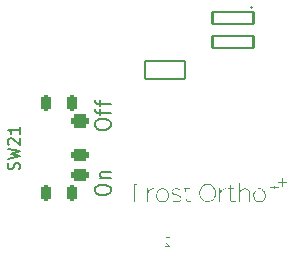
<source format=gbr>
%TF.GenerationSoftware,KiCad,Pcbnew,9.0.2*%
%TF.CreationDate,2025-12-04T00:45:17+09:00*%
%TF.ProjectId,FrostOrtho_R,46726f73-744f-4727-9468-6f5f522e6b69,rev?*%
%TF.SameCoordinates,Original*%
%TF.FileFunction,Legend,Top*%
%TF.FilePolarity,Positive*%
%FSLAX46Y46*%
G04 Gerber Fmt 4.6, Leading zero omitted, Abs format (unit mm)*
G04 Created by KiCad (PCBNEW 9.0.2) date 2025-12-04 00:45:17*
%MOMM*%
%LPD*%
G01*
G04 APERTURE LIST*
G04 Aperture macros list*
%AMRoundRect*
0 Rectangle with rounded corners*
0 $1 Rounding radius*
0 $2 $3 $4 $5 $6 $7 $8 $9 X,Y pos of 4 corners*
0 Add a 4 corners polygon primitive as box body*
4,1,4,$2,$3,$4,$5,$6,$7,$8,$9,$2,$3,0*
0 Add four circle primitives for the rounded corners*
1,1,$1+$1,$2,$3*
1,1,$1+$1,$4,$5*
1,1,$1+$1,$6,$7*
1,1,$1+$1,$8,$9*
0 Add four rect primitives between the rounded corners*
20,1,$1+$1,$2,$3,$4,$5,0*
20,1,$1+$1,$4,$5,$6,$7,0*
20,1,$1+$1,$6,$7,$8,$9,0*
20,1,$1+$1,$8,$9,$2,$3,0*%
G04 Aperture macros list end*
%ADD10C,0.150000*%
%ADD11C,0.200000*%
%ADD12C,0.100000*%
%ADD13C,0.127000*%
%ADD14C,0.000000*%
%ADD15C,1.900000*%
%ADD16C,3.100000*%
%ADD17C,1.700000*%
%ADD18C,5.000000*%
%ADD19C,1.000000*%
%ADD20RoundRect,0.102000X1.750000X-0.500000X1.750000X0.500000X-1.750000X0.500000X-1.750000X-0.500000X0*%
%ADD21RoundRect,0.102000X1.700000X-0.750000X1.700000X0.750000X-1.700000X0.750000X-1.700000X-0.750000X0*%
%ADD22RoundRect,0.200000X-0.200000X0.475000X-0.200000X-0.475000X0.200000X-0.475000X0.200000X0.475000X0*%
%ADD23C,0.900000*%
%ADD24RoundRect,0.287500X-0.467500X0.287500X-0.467500X-0.287500X0.467500X-0.287500X0.467500X0.287500X0*%
%ADD25RoundRect,0.262500X-0.487500X0.262500X-0.487500X-0.262500X0.487500X-0.262500X0.487500X0.262500X0*%
%ADD26RoundRect,0.275000X-0.475000X0.275000X-0.475000X-0.275000X0.475000X-0.275000X0.475000X0.275000X0*%
%ADD27O,2.750000X1.800000*%
%ADD28C,1.500000*%
%ADD29R,1.700000X1.700000*%
%ADD30O,1.700000X1.700000*%
G04 APERTURE END LIST*
D10*
X41797200Y-62809523D02*
X41844819Y-62666666D01*
X41844819Y-62666666D02*
X41844819Y-62428571D01*
X41844819Y-62428571D02*
X41797200Y-62333333D01*
X41797200Y-62333333D02*
X41749580Y-62285714D01*
X41749580Y-62285714D02*
X41654342Y-62238095D01*
X41654342Y-62238095D02*
X41559104Y-62238095D01*
X41559104Y-62238095D02*
X41463866Y-62285714D01*
X41463866Y-62285714D02*
X41416247Y-62333333D01*
X41416247Y-62333333D02*
X41368628Y-62428571D01*
X41368628Y-62428571D02*
X41321009Y-62619047D01*
X41321009Y-62619047D02*
X41273390Y-62714285D01*
X41273390Y-62714285D02*
X41225771Y-62761904D01*
X41225771Y-62761904D02*
X41130533Y-62809523D01*
X41130533Y-62809523D02*
X41035295Y-62809523D01*
X41035295Y-62809523D02*
X40940057Y-62761904D01*
X40940057Y-62761904D02*
X40892438Y-62714285D01*
X40892438Y-62714285D02*
X40844819Y-62619047D01*
X40844819Y-62619047D02*
X40844819Y-62380952D01*
X40844819Y-62380952D02*
X40892438Y-62238095D01*
X40844819Y-61904761D02*
X41844819Y-61666666D01*
X41844819Y-61666666D02*
X41130533Y-61476190D01*
X41130533Y-61476190D02*
X41844819Y-61285714D01*
X41844819Y-61285714D02*
X40844819Y-61047619D01*
X40940057Y-60714285D02*
X40892438Y-60666666D01*
X40892438Y-60666666D02*
X40844819Y-60571428D01*
X40844819Y-60571428D02*
X40844819Y-60333333D01*
X40844819Y-60333333D02*
X40892438Y-60238095D01*
X40892438Y-60238095D02*
X40940057Y-60190476D01*
X40940057Y-60190476D02*
X41035295Y-60142857D01*
X41035295Y-60142857D02*
X41130533Y-60142857D01*
X41130533Y-60142857D02*
X41273390Y-60190476D01*
X41273390Y-60190476D02*
X41844819Y-60761904D01*
X41844819Y-60761904D02*
X41844819Y-60142857D01*
X41844819Y-59190476D02*
X41844819Y-59761904D01*
X41844819Y-59476190D02*
X40844819Y-59476190D01*
X40844819Y-59476190D02*
X40987676Y-59571428D01*
X40987676Y-59571428D02*
X41082914Y-59666666D01*
X41082914Y-59666666D02*
X41130533Y-59761904D01*
D11*
X48241004Y-59116666D02*
X48241004Y-58869047D01*
X48241004Y-58869047D02*
X48302909Y-58745237D01*
X48302909Y-58745237D02*
X48426719Y-58621428D01*
X48426719Y-58621428D02*
X48674338Y-58559523D01*
X48674338Y-58559523D02*
X49107671Y-58559523D01*
X49107671Y-58559523D02*
X49355290Y-58621428D01*
X49355290Y-58621428D02*
X49479100Y-58745237D01*
X49479100Y-58745237D02*
X49541004Y-58869047D01*
X49541004Y-58869047D02*
X49541004Y-59116666D01*
X49541004Y-59116666D02*
X49479100Y-59240475D01*
X49479100Y-59240475D02*
X49355290Y-59364285D01*
X49355290Y-59364285D02*
X49107671Y-59426189D01*
X49107671Y-59426189D02*
X48674338Y-59426189D01*
X48674338Y-59426189D02*
X48426719Y-59364285D01*
X48426719Y-59364285D02*
X48302909Y-59240475D01*
X48302909Y-59240475D02*
X48241004Y-59116666D01*
X48674338Y-58188094D02*
X48674338Y-57692856D01*
X49541004Y-58002380D02*
X48426719Y-58002380D01*
X48426719Y-58002380D02*
X48302909Y-57940475D01*
X48302909Y-57940475D02*
X48241004Y-57816665D01*
X48241004Y-57816665D02*
X48241004Y-57692856D01*
X48674338Y-57445237D02*
X48674338Y-56949999D01*
X49541004Y-57259523D02*
X48426719Y-57259523D01*
X48426719Y-57259523D02*
X48302909Y-57197618D01*
X48302909Y-57197618D02*
X48241004Y-57073808D01*
X48241004Y-57073808D02*
X48241004Y-56949999D01*
X48241004Y-64661904D02*
X48241004Y-64414285D01*
X48241004Y-64414285D02*
X48302909Y-64290475D01*
X48302909Y-64290475D02*
X48426719Y-64166666D01*
X48426719Y-64166666D02*
X48674338Y-64104761D01*
X48674338Y-64104761D02*
X49107671Y-64104761D01*
X49107671Y-64104761D02*
X49355290Y-64166666D01*
X49355290Y-64166666D02*
X49479100Y-64290475D01*
X49479100Y-64290475D02*
X49541004Y-64414285D01*
X49541004Y-64414285D02*
X49541004Y-64661904D01*
X49541004Y-64661904D02*
X49479100Y-64785713D01*
X49479100Y-64785713D02*
X49355290Y-64909523D01*
X49355290Y-64909523D02*
X49107671Y-64971427D01*
X49107671Y-64971427D02*
X48674338Y-64971427D01*
X48674338Y-64971427D02*
X48426719Y-64909523D01*
X48426719Y-64909523D02*
X48302909Y-64785713D01*
X48302909Y-64785713D02*
X48241004Y-64661904D01*
X48674338Y-63547618D02*
X49541004Y-63547618D01*
X48798147Y-63547618D02*
X48736242Y-63485713D01*
X48736242Y-63485713D02*
X48674338Y-63361903D01*
X48674338Y-63361903D02*
X48674338Y-63176189D01*
X48674338Y-63176189D02*
X48736242Y-63052380D01*
X48736242Y-63052380D02*
X48860052Y-62990475D01*
X48860052Y-62990475D02*
X49541004Y-62990475D01*
D12*
X54522580Y-68566666D02*
X53808295Y-68566666D01*
X53808295Y-68566666D02*
X53665438Y-68519047D01*
X53665438Y-68519047D02*
X53570200Y-68423809D01*
X53570200Y-68423809D02*
X53522580Y-68280952D01*
X53522580Y-68280952D02*
X53522580Y-68185714D01*
X53522580Y-69566666D02*
X53522580Y-68995238D01*
X53522580Y-69280952D02*
X54522580Y-69280952D01*
X54522580Y-69280952D02*
X54379723Y-69185714D01*
X54379723Y-69185714D02*
X54284485Y-69090476D01*
X54284485Y-69090476D02*
X54236866Y-68995238D01*
%TO.C,BT1*%
D13*
X61538500Y-49100000D02*
G75*
G02*
X61411500Y-49100000I-63500J0D01*
G01*
X61411500Y-49100000D02*
G75*
G02*
X61538500Y-49100000I63500J0D01*
G01*
D14*
%TO.C,G\u002A\u002A\u002A*%
G36*
X64114166Y-63694641D02*
G01*
X64119525Y-63855401D01*
X64277110Y-63860759D01*
X64347512Y-63863860D01*
X64398606Y-63868088D01*
X64432510Y-63874069D01*
X64451343Y-63882429D01*
X64457227Y-63893795D01*
X64452279Y-63908793D01*
X64450380Y-63911961D01*
X64442953Y-63919340D01*
X64429145Y-63924818D01*
X64405647Y-63928854D01*
X64369152Y-63931908D01*
X64316350Y-63934442D01*
X64279144Y-63935780D01*
X64119525Y-63941139D01*
X64114166Y-64101899D01*
X64108808Y-64262658D01*
X64079274Y-64266055D01*
X64054899Y-64263984D01*
X64044559Y-64255338D01*
X64042486Y-64239929D01*
X64040384Y-64207418D01*
X64038464Y-64162133D01*
X64036935Y-64108406D01*
X64036582Y-64091181D01*
X64033786Y-63941139D01*
X63874167Y-63935780D01*
X63810983Y-63933337D01*
X63765925Y-63930626D01*
X63735685Y-63927187D01*
X63716955Y-63922560D01*
X63706426Y-63916284D01*
X63702931Y-63911961D01*
X63696241Y-63896235D01*
X63699996Y-63884255D01*
X63716315Y-63875394D01*
X63747319Y-63869027D01*
X63795126Y-63864527D01*
X63861857Y-63861268D01*
X63876201Y-63860759D01*
X64033786Y-63855401D01*
X64039145Y-63694641D01*
X64044504Y-63533882D01*
X64076656Y-63533882D01*
X64108808Y-63533882D01*
X64114166Y-63694641D01*
G37*
G36*
X63415140Y-64115017D02*
G01*
X63418097Y-64278179D01*
X63580106Y-64281136D01*
X63643844Y-64282612D01*
X63689413Y-64284605D01*
X63720076Y-64287507D01*
X63739099Y-64291710D01*
X63749744Y-64297606D01*
X63753363Y-64301950D01*
X63758258Y-64323036D01*
X63750524Y-64336781D01*
X63741584Y-64343548D01*
X63725646Y-64348301D01*
X63699402Y-64351363D01*
X63659547Y-64353059D01*
X63602775Y-64353713D01*
X63577268Y-64353755D01*
X63418100Y-64353755D01*
X63415142Y-64517194D01*
X63412183Y-64680633D01*
X63384989Y-64683804D01*
X63361578Y-64683518D01*
X63350158Y-64679338D01*
X63347470Y-64666450D01*
X63345197Y-64636100D01*
X63343520Y-64592259D01*
X63342622Y-64538900D01*
X63342521Y-64513007D01*
X63342521Y-64354313D01*
X63179082Y-64351355D01*
X63116771Y-64350142D01*
X63072654Y-64348757D01*
X63043490Y-64346648D01*
X63026042Y-64343261D01*
X63017071Y-64338043D01*
X63013339Y-64330440D01*
X63012026Y-64322815D01*
X63014555Y-64299549D01*
X63022743Y-64288148D01*
X63038198Y-64284864D01*
X63070791Y-64282084D01*
X63116225Y-64280047D01*
X63170204Y-64278991D01*
X63189520Y-64278898D01*
X63341962Y-64278734D01*
X63344921Y-64115295D01*
X63347879Y-63951856D01*
X63380031Y-63951856D01*
X63412183Y-63951856D01*
X63415140Y-64115017D01*
G37*
G36*
X59312382Y-64410498D02*
G01*
X59317078Y-64411467D01*
X59339500Y-64425348D01*
X59344531Y-64447355D01*
X59332107Y-64469502D01*
X59314342Y-64476510D01*
X59280613Y-64481047D01*
X59243689Y-64482371D01*
X59154723Y-64492559D01*
X59072444Y-64522064D01*
X58998661Y-64569333D01*
X58935181Y-64632811D01*
X58883814Y-64710943D01*
X58846369Y-64802175D01*
X58838419Y-64830675D01*
X58835538Y-64851893D01*
X58832521Y-64891537D01*
X58829504Y-64946599D01*
X58826625Y-65014072D01*
X58824022Y-65090950D01*
X58821830Y-65174224D01*
X58821051Y-65211139D01*
X58814462Y-65548734D01*
X58787267Y-65551905D01*
X58763857Y-65551619D01*
X58752436Y-65547440D01*
X58750971Y-65535557D01*
X58749598Y-65504261D01*
X58748344Y-65455571D01*
X58747238Y-65391511D01*
X58746305Y-65314099D01*
X58745573Y-65225358D01*
X58745069Y-65127307D01*
X58744821Y-65021969D01*
X58744799Y-64979653D01*
X58744814Y-64855867D01*
X58744904Y-64751783D01*
X58745136Y-64665667D01*
X58745576Y-64595787D01*
X58746293Y-64540408D01*
X58747352Y-64497799D01*
X58748822Y-64466225D01*
X58750769Y-64443953D01*
X58753261Y-64429252D01*
X58756363Y-64420386D01*
X58760144Y-64415624D01*
X58764671Y-64413232D01*
X58766748Y-64412537D01*
X58786679Y-64409004D01*
X58801080Y-64414683D01*
X58810839Y-64432099D01*
X58816847Y-64463779D01*
X58819992Y-64512246D01*
X58821063Y-64566734D01*
X58821879Y-64615698D01*
X58823230Y-64653835D01*
X58824941Y-64677823D01*
X58826837Y-64684338D01*
X58827208Y-64683312D01*
X58835675Y-64667425D01*
X58841289Y-64664557D01*
X58850873Y-64655777D01*
X58865428Y-64633294D01*
X58875233Y-64614970D01*
X58913269Y-64557641D01*
X58967287Y-64507486D01*
X59039143Y-64463055D01*
X59112294Y-64430031D01*
X59143666Y-64421561D01*
X59187235Y-64414659D01*
X59235126Y-64410039D01*
X59279466Y-64408414D01*
X59312382Y-64410498D01*
G37*
G36*
X53195556Y-64410425D02*
G01*
X53220840Y-64420454D01*
X53228841Y-64438597D01*
X53224501Y-64458249D01*
X53217944Y-64470620D01*
X53206579Y-64477854D01*
X53185370Y-64481304D01*
X53149279Y-64482327D01*
X53134855Y-64482363D01*
X53040935Y-64491997D01*
X52956645Y-64520622D01*
X52882516Y-64567820D01*
X52819079Y-64633174D01*
X52766866Y-64716267D01*
X52732444Y-64798378D01*
X52726329Y-64817631D01*
X52721490Y-64837641D01*
X52717780Y-64861099D01*
X52715051Y-64890699D01*
X52713156Y-64929133D01*
X52711948Y-64979093D01*
X52711278Y-65043272D01*
X52711000Y-65124362D01*
X52710959Y-65190506D01*
X52710754Y-65273091D01*
X52710173Y-65349207D01*
X52709268Y-65416084D01*
X52708091Y-65470956D01*
X52706694Y-65511055D01*
X52705128Y-65533615D01*
X52704454Y-65537140D01*
X52690013Y-65549671D01*
X52666587Y-65554286D01*
X52645749Y-65549137D01*
X52643083Y-65546948D01*
X52641712Y-65535161D01*
X52640427Y-65503959D01*
X52639254Y-65455362D01*
X52638219Y-65391388D01*
X52637346Y-65314057D01*
X52636661Y-65225388D01*
X52636190Y-65127401D01*
X52635958Y-65022115D01*
X52635938Y-64980077D01*
X52635991Y-64855255D01*
X52636184Y-64750176D01*
X52636567Y-64663151D01*
X52637190Y-64592488D01*
X52638104Y-64536498D01*
X52639358Y-64493489D01*
X52641004Y-64461772D01*
X52643092Y-64439655D01*
X52645671Y-64425448D01*
X52648793Y-64417460D01*
X52652507Y-64414002D01*
X52652791Y-64413885D01*
X52675532Y-64413293D01*
X52689973Y-64418299D01*
X52698650Y-64425125D01*
X52704657Y-64437189D01*
X52708618Y-64458276D01*
X52711153Y-64492169D01*
X52712885Y-64542653D01*
X52713311Y-64560264D01*
X52716318Y-64691350D01*
X52741518Y-64643122D01*
X52764704Y-64603992D01*
X52792694Y-64563569D01*
X52802244Y-64551318D01*
X52849695Y-64506997D01*
X52912863Y-64468196D01*
X52986283Y-64437168D01*
X53064486Y-64416170D01*
X53142007Y-64407455D01*
X53151308Y-64407342D01*
X53195556Y-64410425D01*
G37*
G36*
X59696474Y-64157007D02*
G01*
X59704779Y-64165694D01*
X59710498Y-64181966D01*
X59714252Y-64209659D01*
X59716666Y-64252609D01*
X59717745Y-64287915D01*
X59720775Y-64407342D01*
X59858873Y-64407342D01*
X59912389Y-64407828D01*
X59959036Y-64409156D01*
X59994137Y-64411129D01*
X60013013Y-64413552D01*
X60013923Y-64413847D01*
X60024248Y-64426109D01*
X60031082Y-64447237D01*
X60031885Y-64466663D01*
X60028196Y-64473244D01*
X60017122Y-64474254D01*
X59988554Y-64475929D01*
X59946412Y-64478062D01*
X59894619Y-64480449D01*
X59875474Y-64481282D01*
X59725432Y-64487721D01*
X59725432Y-64884261D01*
X59725496Y-64987795D01*
X59725762Y-65072245D01*
X59726341Y-65139960D01*
X59727342Y-65193290D01*
X59728877Y-65234585D01*
X59731057Y-65266196D01*
X59733991Y-65290471D01*
X59737790Y-65309762D01*
X59742566Y-65326417D01*
X59746806Y-65338461D01*
X59776564Y-65394767D01*
X59818344Y-65440877D01*
X59867688Y-65472750D01*
X59908611Y-65485138D01*
X59958327Y-65488127D01*
X60013507Y-65484591D01*
X60065204Y-65475567D01*
X60103714Y-65462478D01*
X60143247Y-65447231D01*
X60172281Y-65445267D01*
X60188016Y-65456631D01*
X60189458Y-65461125D01*
X60184155Y-65483447D01*
X60161188Y-65503875D01*
X60124298Y-65521649D01*
X60077224Y-65536008D01*
X60023707Y-65546193D01*
X59967488Y-65551442D01*
X59912307Y-65550996D01*
X59861904Y-65544094D01*
X59829622Y-65534277D01*
X59771430Y-65499828D01*
X59721186Y-65448900D01*
X59683163Y-65386132D01*
X59675078Y-65366498D01*
X59668951Y-65349037D01*
X59663924Y-65331418D01*
X59659848Y-65311296D01*
X59656577Y-65286326D01*
X59653964Y-65254163D01*
X59651860Y-65212463D01*
X59650121Y-65158881D01*
X59648597Y-65091072D01*
X59647142Y-65006693D01*
X59645609Y-64903397D01*
X59645489Y-64894979D01*
X59639694Y-64487721D01*
X59564673Y-64482363D01*
X59516270Y-64477684D01*
X59485649Y-64470972D01*
X59469161Y-64460675D01*
X59463160Y-64445242D01*
X59462858Y-64439065D01*
X59466444Y-64425584D01*
X59479431Y-64416288D01*
X59505166Y-64410201D01*
X59546996Y-64406350D01*
X59580749Y-64404724D01*
X59650411Y-64401983D01*
X59655770Y-64282289D01*
X59658649Y-64233457D01*
X59662356Y-64192619D01*
X59666381Y-64164483D01*
X59669680Y-64154060D01*
X59684463Y-64151978D01*
X59696474Y-64157007D01*
G37*
G36*
X55933882Y-64156628D02*
G01*
X55942483Y-64165009D01*
X55948372Y-64180107D01*
X55952211Y-64205853D01*
X55954660Y-64246179D01*
X55955973Y-64287915D01*
X55959003Y-64407342D01*
X56097101Y-64407342D01*
X56161993Y-64407752D01*
X56208433Y-64409344D01*
X56239392Y-64412655D01*
X56257842Y-64418223D01*
X56266755Y-64426586D01*
X56269103Y-64438284D01*
X56269103Y-64438497D01*
X56266701Y-64455223D01*
X56257505Y-64467145D01*
X56238530Y-64475041D01*
X56206791Y-64479690D01*
X56159304Y-64481869D01*
X56100841Y-64482363D01*
X55958301Y-64482363D01*
X55958301Y-64871463D01*
X55958362Y-64973853D01*
X55958626Y-65057238D01*
X55959210Y-65124048D01*
X55960236Y-65176713D01*
X55961822Y-65217662D01*
X55964089Y-65249326D01*
X55967154Y-65274133D01*
X55971139Y-65294514D01*
X55976162Y-65312899D01*
X55980698Y-65326885D01*
X56012088Y-65392451D01*
X56055840Y-65441716D01*
X56110605Y-65473476D01*
X56157782Y-65485045D01*
X56232515Y-65487775D01*
X56302376Y-65474890D01*
X56350411Y-65457239D01*
X56381428Y-65444953D01*
X56399829Y-65441604D01*
X56412212Y-65446632D01*
X56417624Y-65451522D01*
X56427604Y-65465311D01*
X56422959Y-65478923D01*
X56413985Y-65489570D01*
X56381484Y-65512750D01*
X56333461Y-65531212D01*
X56275454Y-65544230D01*
X56212999Y-65551078D01*
X56151635Y-65551030D01*
X56096898Y-65543361D01*
X56069393Y-65534739D01*
X56005611Y-65498766D01*
X55957285Y-65448701D01*
X55936649Y-65414768D01*
X55919609Y-65381938D01*
X55904936Y-65353987D01*
X55900200Y-65345105D01*
X55896773Y-65327795D01*
X55893707Y-65289560D01*
X55891021Y-65230906D01*
X55888730Y-65152341D01*
X55886854Y-65054369D01*
X55885407Y-64937499D01*
X55885095Y-64903017D01*
X55881552Y-64482363D01*
X55808271Y-64482363D01*
X55758618Y-64481255D01*
X55726726Y-64477091D01*
X55708997Y-64468613D01*
X55701832Y-64454560D01*
X55701086Y-64444852D01*
X55704268Y-64427447D01*
X55716216Y-64416278D01*
X55740530Y-64410081D01*
X55780810Y-64407591D01*
X55807886Y-64407342D01*
X55842798Y-64406852D01*
X55866654Y-64403096D01*
X55881576Y-64392642D01*
X55889684Y-64372057D01*
X55893100Y-64337910D01*
X55893947Y-64286770D01*
X55894015Y-64268017D01*
X55895678Y-64211573D01*
X55900642Y-64174588D01*
X55909557Y-64155249D01*
X55923071Y-64151744D01*
X55933882Y-64156628D01*
G37*
G36*
X54012736Y-64394254D02*
G01*
X54043379Y-64401042D01*
X54089536Y-64414607D01*
X54128333Y-64430599D01*
X54168512Y-64451902D01*
X54191894Y-64463977D01*
X54206023Y-64470633D01*
X54243583Y-64495188D01*
X54285351Y-64535008D01*
X54327470Y-64585497D01*
X54366083Y-64642061D01*
X54395759Y-64696709D01*
X54425032Y-64765724D01*
X54443840Y-64828729D01*
X54453646Y-64893435D01*
X54455912Y-64967553D01*
X54454789Y-65007824D01*
X54444224Y-65121260D01*
X54421847Y-65219005D01*
X54386566Y-65303926D01*
X54337291Y-65378890D01*
X54296348Y-65424533D01*
X54226752Y-65484329D01*
X54151281Y-65528516D01*
X54063348Y-65560825D01*
X54048495Y-65564926D01*
X53988900Y-65578670D01*
X53939786Y-65583807D01*
X53892012Y-65580356D01*
X53836440Y-65568340D01*
X53825559Y-65565447D01*
X53746070Y-65539659D01*
X53680642Y-65507709D01*
X53621997Y-65465466D01*
X53579061Y-65425525D01*
X53510312Y-65344131D01*
X53459847Y-65255959D01*
X53426744Y-65158618D01*
X53410080Y-65049717D01*
X53407766Y-64986076D01*
X53482620Y-64986076D01*
X53485825Y-65031443D01*
X53494279Y-65088102D01*
X53506264Y-65147075D01*
X53520062Y-65199381D01*
X53527725Y-65221856D01*
X53572755Y-65310438D01*
X53633666Y-65385833D01*
X53708548Y-65446171D01*
X53795493Y-65489582D01*
X53804124Y-65492692D01*
X53860402Y-65505304D01*
X53927659Y-65509705D01*
X53997058Y-65505859D01*
X54059690Y-65493751D01*
X54145972Y-65458514D01*
X54219083Y-65406391D01*
X54278969Y-65337445D01*
X54325578Y-65251741D01*
X54358859Y-65149342D01*
X54365526Y-65118973D01*
X54377595Y-65047376D01*
X54381867Y-64986206D01*
X54378349Y-64925927D01*
X54367050Y-64857002D01*
X54365759Y-64850577D01*
X54336258Y-64745950D01*
X54293140Y-64657576D01*
X54235614Y-64584529D01*
X54162887Y-64525885D01*
X54074165Y-64480720D01*
X54036851Y-64467150D01*
X53956708Y-64451505D01*
X53874465Y-64455090D01*
X53793338Y-64476369D01*
X53716546Y-64513809D01*
X53647305Y-64565872D01*
X53588832Y-64631025D01*
X53547589Y-64700613D01*
X53522925Y-64764711D01*
X53502443Y-64839319D01*
X53488297Y-64914967D01*
X53482642Y-64982185D01*
X53482620Y-64986076D01*
X53407766Y-64986076D01*
X53407584Y-64981081D01*
X53414850Y-64868172D01*
X53437348Y-64767592D01*
X53476130Y-64675594D01*
X53508502Y-64621688D01*
X53572829Y-64542928D01*
X53648901Y-64478917D01*
X53733823Y-64430851D01*
X53824699Y-64399922D01*
X53918635Y-64387325D01*
X54012736Y-64394254D01*
G37*
G36*
X52114703Y-64011257D02*
G01*
X52188826Y-64011997D01*
X52254677Y-64013143D01*
X52309297Y-64014701D01*
X52349729Y-64016676D01*
X52373013Y-64019075D01*
X52377098Y-64020288D01*
X52387463Y-64037248D01*
X52387676Y-64049596D01*
X52385698Y-64054963D01*
X52380631Y-64059340D01*
X52370370Y-64062871D01*
X52352809Y-64065698D01*
X52325843Y-64067966D01*
X52287365Y-64069818D01*
X52235270Y-64071399D01*
X52167452Y-64072852D01*
X52081805Y-64074320D01*
X52008837Y-64075454D01*
X51921455Y-64076847D01*
X51841132Y-64078249D01*
X51770317Y-64079607D01*
X51711461Y-64080870D01*
X51667014Y-64081985D01*
X51639424Y-64082900D01*
X51631043Y-64083492D01*
X51630443Y-64094367D01*
X51630057Y-64124126D01*
X51629886Y-64170221D01*
X51629930Y-64230102D01*
X51630188Y-64301219D01*
X51630661Y-64381024D01*
X51631043Y-64431455D01*
X51633871Y-64777088D01*
X51978626Y-64782447D01*
X52062456Y-64783917D01*
X52139274Y-64785586D01*
X52206494Y-64787371D01*
X52261532Y-64789191D01*
X52301800Y-64790965D01*
X52324716Y-64792613D01*
X52329034Y-64793475D01*
X52329136Y-64806034D01*
X52324955Y-64814909D01*
X52319176Y-64819432D01*
X52306561Y-64823167D01*
X52285013Y-64826240D01*
X52252433Y-64828778D01*
X52206721Y-64830907D01*
X52145778Y-64832754D01*
X52067507Y-64834446D01*
X51974547Y-64836034D01*
X51633871Y-64841392D01*
X51631040Y-65189165D01*
X51629998Y-65291326D01*
X51628655Y-65373683D01*
X51626939Y-65437864D01*
X51624774Y-65485498D01*
X51622089Y-65518216D01*
X51618809Y-65537644D01*
X51614964Y-65545352D01*
X51585924Y-65553523D01*
X51559113Y-65544319D01*
X51555635Y-65541232D01*
X51552993Y-65533365D01*
X51550704Y-65514658D01*
X51548748Y-65483981D01*
X51547106Y-65440201D01*
X51545760Y-65382188D01*
X51544690Y-65308809D01*
X51543876Y-65218934D01*
X51543300Y-65111431D01*
X51542943Y-64985169D01*
X51542785Y-64839015D01*
X51542774Y-64780681D01*
X51542789Y-64636013D01*
X51542861Y-64511278D01*
X51543032Y-64404971D01*
X51543342Y-64315590D01*
X51543833Y-64241633D01*
X51544545Y-64181596D01*
X51545520Y-64133976D01*
X51546799Y-64097271D01*
X51548423Y-64069978D01*
X51550432Y-64050593D01*
X51552868Y-64037615D01*
X51555773Y-64029540D01*
X51559186Y-64024865D01*
X51563149Y-64022088D01*
X51563504Y-64021896D01*
X51578944Y-64019246D01*
X51612739Y-64016950D01*
X51661929Y-64015013D01*
X51723556Y-64013440D01*
X51794661Y-64012239D01*
X51872288Y-64011414D01*
X51953475Y-64010971D01*
X52035267Y-64010917D01*
X52114703Y-64011257D01*
G37*
G36*
X60480738Y-63962809D02*
G01*
X60486718Y-63978082D01*
X60491213Y-64004335D01*
X60494487Y-64043457D01*
X60496806Y-64097337D01*
X60498435Y-64167864D01*
X60499640Y-64256926D01*
X60500201Y-64312805D01*
X60503325Y-64645917D01*
X60533297Y-64598971D01*
X60591284Y-64526679D01*
X60662180Y-64468421D01*
X60742691Y-64425128D01*
X60829523Y-64397736D01*
X60919382Y-64387177D01*
X61008973Y-64394385D01*
X61095001Y-64420294D01*
X61120819Y-64432469D01*
X61169642Y-64465210D01*
X61219050Y-64510860D01*
X61262100Y-64562260D01*
X61288797Y-64605710D01*
X61304996Y-64639568D01*
X61318240Y-64670265D01*
X61328829Y-64700394D01*
X61337065Y-64732548D01*
X61343247Y-64769320D01*
X61347675Y-64813302D01*
X61350651Y-64867087D01*
X61352475Y-64933269D01*
X61353446Y-65014441D01*
X61353865Y-65113194D01*
X61353959Y-65168270D01*
X61354462Y-65548734D01*
X61322310Y-65548734D01*
X61290158Y-65548734D01*
X61284012Y-65173628D01*
X61282046Y-65065934D01*
X61279946Y-64977574D01*
X61277600Y-64906452D01*
X61274899Y-64850466D01*
X61271733Y-64807520D01*
X61267991Y-64775512D01*
X61263564Y-64752346D01*
X61261532Y-64744936D01*
X61224870Y-64653236D01*
X61176085Y-64577931D01*
X61115883Y-64519841D01*
X61044972Y-64479785D01*
X61027361Y-64473257D01*
X60959879Y-64455409D01*
X60899973Y-64451853D01*
X60839283Y-64462541D01*
X60809394Y-64472018D01*
X60731398Y-64505498D01*
X60668064Y-64547529D01*
X60612984Y-64602717D01*
X60593533Y-64627235D01*
X60572928Y-64655199D01*
X60555985Y-64680792D01*
X60542305Y-64706447D01*
X60531486Y-64734599D01*
X60523126Y-64767682D01*
X60516825Y-64808133D01*
X60512182Y-64858384D01*
X60508796Y-64920870D01*
X60506265Y-64998027D01*
X60504188Y-65092288D01*
X60502630Y-65178987D01*
X60501072Y-65265730D01*
X60499521Y-65345392D01*
X60498035Y-65415507D01*
X60496672Y-65473609D01*
X60495489Y-65517233D01*
X60494543Y-65543911D01*
X60493984Y-65551413D01*
X60479621Y-65555167D01*
X60456987Y-65552631D01*
X60437581Y-65545806D01*
X60432344Y-65540696D01*
X60431544Y-65528026D01*
X60430857Y-65495647D01*
X60430289Y-65445285D01*
X60429844Y-65378665D01*
X60429529Y-65297512D01*
X60429347Y-65203551D01*
X60429305Y-65098509D01*
X60429407Y-64984110D01*
X60429659Y-64862081D01*
X60430001Y-64751462D01*
X60430557Y-64603435D01*
X60431118Y-64475377D01*
X60431723Y-64365825D01*
X60432413Y-64273313D01*
X60433226Y-64196378D01*
X60434202Y-64133553D01*
X60435380Y-64083376D01*
X60436801Y-64044380D01*
X60438503Y-64015102D01*
X60440526Y-63994077D01*
X60442910Y-63979840D01*
X60445693Y-63970927D01*
X60448916Y-63965872D01*
X60451234Y-63963982D01*
X60463261Y-63957648D01*
X60473008Y-63956627D01*
X60480738Y-63962809D01*
G37*
G36*
X62226993Y-64394626D02*
G01*
X62318954Y-64419395D01*
X62405432Y-64461275D01*
X62483532Y-64518902D01*
X62550356Y-64590917D01*
X62597245Y-64664557D01*
X62629713Y-64732438D01*
X62651626Y-64794057D01*
X62664688Y-64856803D01*
X62670605Y-64928065D01*
X62671412Y-64986076D01*
X62668069Y-65074244D01*
X62658075Y-65148176D01*
X62640069Y-65214409D01*
X62612690Y-65279477D01*
X62608644Y-65287649D01*
X62583971Y-65331365D01*
X62554557Y-65375536D01*
X62524903Y-65413945D01*
X62499511Y-65440376D01*
X62496062Y-65443140D01*
X62475938Y-65459307D01*
X62455264Y-65476896D01*
X62414802Y-65504516D01*
X62359950Y-65531533D01*
X62297672Y-65555455D01*
X62234929Y-65573792D01*
X62178685Y-65584052D01*
X62152197Y-65585332D01*
X62122148Y-65582101D01*
X62081277Y-65574628D01*
X62045727Y-65566348D01*
X61941890Y-65529988D01*
X61852462Y-65478268D01*
X61776941Y-65410680D01*
X61714822Y-65326714D01*
X61665603Y-65225863D01*
X61642685Y-65159151D01*
X61631875Y-65106117D01*
X61625790Y-65039977D01*
X61624744Y-64985365D01*
X61702786Y-64985365D01*
X61705745Y-65037411D01*
X61713771Y-65095398D01*
X61725615Y-65154160D01*
X61740032Y-65208532D01*
X61755774Y-65253346D01*
X61771595Y-65283437D01*
X61775996Y-65288648D01*
X61787067Y-65304263D01*
X61788512Y-65309657D01*
X61795833Y-65325103D01*
X61814960Y-65349953D01*
X61841639Y-65379415D01*
X61871615Y-65408698D01*
X61892261Y-65426507D01*
X61919190Y-65443985D01*
X61958604Y-65464719D01*
X62002757Y-65484890D01*
X62040369Y-65499487D01*
X62080269Y-65507042D01*
X62133614Y-65508834D01*
X62193352Y-65505366D01*
X62252429Y-65497140D01*
X62303792Y-65484658D01*
X62317741Y-65479732D01*
X62382909Y-65444761D01*
X62444918Y-65394368D01*
X62498450Y-65333990D01*
X62538189Y-65269066D01*
X62548943Y-65243291D01*
X62564834Y-65188389D01*
X62578530Y-65122274D01*
X62588266Y-65055114D01*
X62592276Y-64997080D01*
X62592297Y-64993487D01*
X62584144Y-64877461D01*
X62560127Y-64772882D01*
X62520980Y-64680893D01*
X62467440Y-64602636D01*
X62400241Y-64539253D01*
X62320121Y-64491887D01*
X62254012Y-64468113D01*
X62183357Y-64453482D01*
X62119873Y-64452189D01*
X62054007Y-64464166D01*
X62044993Y-64466632D01*
X61954902Y-64502544D01*
X61877118Y-64555255D01*
X61812523Y-64623426D01*
X61762000Y-64705718D01*
X61726433Y-64800793D01*
X61706705Y-64907313D01*
X61702786Y-64985365D01*
X61624744Y-64985365D01*
X61624412Y-64968041D01*
X61627725Y-64897615D01*
X61635712Y-64836009D01*
X61643489Y-64803882D01*
X61687781Y-64691887D01*
X61744968Y-64596998D01*
X61815036Y-64519230D01*
X61897970Y-64458595D01*
X61993756Y-64415110D01*
X62038212Y-64401861D01*
X62132447Y-64388327D01*
X62226993Y-64394626D01*
G37*
G36*
X57837641Y-64017510D02*
G01*
X57908850Y-64031064D01*
X58012723Y-64063902D01*
X58102743Y-64108346D01*
X58184729Y-64167484D01*
X58212965Y-64192563D01*
X58288951Y-64274759D01*
X58349903Y-64366886D01*
X58397847Y-64472399D01*
X58423622Y-64552025D01*
X58438072Y-64623114D01*
X58446564Y-64707623D01*
X58449066Y-64798375D01*
X58445546Y-64888191D01*
X58435972Y-64969893D01*
X58425701Y-65018228D01*
X58384851Y-65139453D01*
X58331017Y-65244671D01*
X58262699Y-65335974D01*
X58178395Y-65415454D01*
X58101761Y-65469839D01*
X58079135Y-65481300D01*
X58043016Y-65496600D01*
X58000270Y-65512874D01*
X57989230Y-65516802D01*
X57917961Y-65535649D01*
X57835830Y-65547542D01*
X57750066Y-65552164D01*
X57667895Y-65549200D01*
X57596545Y-65538337D01*
X57581972Y-65534558D01*
X57464529Y-65490621D01*
X57360351Y-65430247D01*
X57270131Y-65354359D01*
X57194561Y-65263880D01*
X57134335Y-65159736D01*
X57090145Y-65042848D01*
X57062685Y-64914141D01*
X57054523Y-64831567D01*
X57056187Y-64727146D01*
X57140077Y-64727146D01*
X57140314Y-64837380D01*
X57151471Y-64943539D01*
X57152315Y-64948565D01*
X57172853Y-65044306D01*
X57200236Y-65124601D01*
X57237233Y-65195048D01*
X57286612Y-65261245D01*
X57330116Y-65308140D01*
X57395065Y-65366791D01*
X57462040Y-65412189D01*
X57536833Y-65447443D01*
X57625233Y-65475662D01*
X57656993Y-65483631D01*
X57688184Y-65486997D01*
X57734001Y-65487080D01*
X57787967Y-65484367D01*
X57843609Y-65479346D01*
X57894451Y-65472503D01*
X57934019Y-65464327D01*
X57941002Y-65462258D01*
X58046439Y-65417746D01*
X58137865Y-65357348D01*
X58214815Y-65281788D01*
X58276827Y-65191789D01*
X58323436Y-65088076D01*
X58354179Y-64971372D01*
X58368592Y-64842402D01*
X58369694Y-64792964D01*
X58361991Y-64659914D01*
X58338543Y-64540560D01*
X58298838Y-64433522D01*
X58242366Y-64337417D01*
X58169640Y-64251885D01*
X58135224Y-64218753D01*
X58105271Y-64192266D01*
X58083563Y-64175635D01*
X58074997Y-64171561D01*
X58059447Y-64166495D01*
X58057106Y-64163523D01*
X58043861Y-64152380D01*
X58014746Y-64137251D01*
X57974438Y-64120265D01*
X57927612Y-64103547D01*
X57919567Y-64100957D01*
X57859407Y-64088214D01*
X57781159Y-64082604D01*
X57753449Y-64082283D01*
X57637525Y-64091891D01*
X57531103Y-64120709D01*
X57434197Y-64168731D01*
X57346826Y-64235950D01*
X57301552Y-64282560D01*
X57271433Y-64322851D01*
X57238934Y-64376036D01*
X57208117Y-64434565D01*
X57183044Y-64490888D01*
X57171004Y-64525232D01*
X57150421Y-64620531D01*
X57140077Y-64727146D01*
X57056187Y-64727146D01*
X57056494Y-64707894D01*
X57075611Y-64581745D01*
X57110558Y-64461537D01*
X57113586Y-64453502D01*
X57164869Y-64347859D01*
X57231888Y-64254422D01*
X57312380Y-64174394D01*
X57404078Y-64108980D01*
X57504718Y-64059381D01*
X57612035Y-64026801D01*
X57723765Y-64012443D01*
X57837641Y-64017510D01*
G37*
G36*
X55169150Y-64391289D02*
G01*
X55246895Y-64405887D01*
X55322090Y-64427391D01*
X55376888Y-64449579D01*
X55413510Y-64468763D01*
X55434121Y-64483906D01*
X55442758Y-64498553D01*
X55443871Y-64508441D01*
X55440833Y-64530736D01*
X55429659Y-64539730D01*
X55407256Y-64535791D01*
X55370531Y-64519287D01*
X55367130Y-64517562D01*
X55273620Y-64479290D01*
X55177086Y-64457137D01*
X55082178Y-64451719D01*
X54993549Y-64463651D01*
X54982293Y-64466632D01*
X54909709Y-64492099D01*
X54855103Y-64523436D01*
X54815316Y-64562972D01*
X54788824Y-64609179D01*
X54773778Y-64649919D01*
X54770460Y-64682408D01*
X54779345Y-64715559D01*
X54796354Y-64750011D01*
X54816415Y-64781438D01*
X54840304Y-64804487D01*
X54875177Y-64825487D01*
X54890130Y-64832957D01*
X54938148Y-64854591D01*
X54987627Y-64874084D01*
X55032843Y-64889427D01*
X55068070Y-64898613D01*
X55082370Y-64900337D01*
X55105009Y-64903971D01*
X55147569Y-64914886D01*
X55210131Y-64933105D01*
X55267035Y-64950580D01*
X55350514Y-64983617D01*
X55422019Y-65026090D01*
X55478376Y-65075747D01*
X55514097Y-65125803D01*
X55526461Y-65163656D01*
X55533233Y-65214575D01*
X55534406Y-65270933D01*
X55529970Y-65325102D01*
X55519918Y-65369454D01*
X55514384Y-65382616D01*
X55488011Y-65423043D01*
X55451821Y-65464629D01*
X55412068Y-65501083D01*
X55375006Y-65526114D01*
X55368850Y-65529031D01*
X55314907Y-65548381D01*
X55252590Y-65564473D01*
X55188021Y-65576318D01*
X55127325Y-65582931D01*
X55076625Y-65583325D01*
X55052689Y-65579964D01*
X55029186Y-65574337D01*
X54995788Y-65566344D01*
X54983027Y-65563291D01*
X54906563Y-65540657D01*
X54833762Y-65511099D01*
X54770118Y-65477249D01*
X54721124Y-65441738D01*
X54712705Y-65433813D01*
X54698735Y-65410551D01*
X54693923Y-65383319D01*
X54699193Y-65361223D01*
X54704781Y-65355573D01*
X54718431Y-65358168D01*
X54740996Y-65372384D01*
X54755688Y-65384534D01*
X54825504Y-65434753D01*
X54907229Y-65472646D01*
X54996550Y-65497740D01*
X55089156Y-65509566D01*
X55180735Y-65507650D01*
X55266974Y-65491523D01*
X55343563Y-65460712D01*
X55360678Y-65450671D01*
X55408788Y-65408329D01*
X55442743Y-65353664D01*
X55461071Y-65291632D01*
X55462300Y-65227191D01*
X55445252Y-65165944D01*
X55425845Y-65132205D01*
X55399146Y-65102893D01*
X55362741Y-65076755D01*
X55314214Y-65052542D01*
X55251148Y-65029003D01*
X55171128Y-65004886D01*
X55095559Y-64984914D01*
X54997661Y-64958217D01*
X54918577Y-64932112D01*
X54855761Y-64905397D01*
X54806668Y-64876871D01*
X54768752Y-64845332D01*
X54747246Y-64820485D01*
X54728124Y-64788657D01*
X54710482Y-64748804D01*
X54698016Y-64710240D01*
X54694259Y-64686933D01*
X54702580Y-64627339D01*
X54727899Y-64566679D01*
X54766771Y-64510325D01*
X54815748Y-64463651D01*
X54852199Y-64440626D01*
X54897648Y-64422470D01*
X54955971Y-64406161D01*
X55018608Y-64393597D01*
X55076996Y-64386677D01*
X55098939Y-64385909D01*
X55169150Y-64391289D01*
G37*
%TD*%
%LPC*%
D15*
%TO.C,SW15*%
X119000000Y-67500000D03*
X119420000Y-67500000D03*
D16*
X119500000Y-71200000D03*
D17*
X120000000Y-67500000D03*
D18*
X124500000Y-67500000D03*
D16*
X124500000Y-73400000D03*
D17*
X129000000Y-67500000D03*
D15*
X129580000Y-67500000D03*
D19*
X129720000Y-63300000D03*
D15*
X130000000Y-67500000D03*
%TD*%
%TO.C,SW20*%
X136000000Y-84510000D03*
X136420000Y-84510000D03*
D16*
X136500000Y-88210000D03*
D17*
X137000000Y-84510000D03*
D18*
X141500000Y-84510000D03*
D16*
X141500000Y-90410000D03*
D17*
X146000000Y-84510000D03*
D15*
X146580000Y-84510000D03*
D19*
X146720000Y-80310000D03*
D15*
X147000000Y-84510000D03*
%TD*%
D20*
%TO.C,BT1*%
X59875000Y-52000000D03*
X59875000Y-50000000D03*
D21*
X54125000Y-47650000D03*
X54125000Y-54350000D03*
%TD*%
D15*
%TO.C,SW18*%
X136000000Y-50500000D03*
X136420000Y-50500000D03*
D16*
X136500000Y-54200000D03*
D17*
X137000000Y-50500000D03*
D18*
X141500000Y-50500000D03*
D16*
X141500000Y-56400000D03*
D17*
X146000000Y-50500000D03*
D15*
X146580000Y-50500000D03*
D19*
X146720000Y-46300000D03*
D15*
X147000000Y-50500000D03*
%TD*%
%TO.C,SW5*%
X85000000Y-33500000D03*
X85420000Y-33500000D03*
D16*
X85500000Y-37200000D03*
D17*
X86000000Y-33500000D03*
D18*
X90500000Y-33500000D03*
D16*
X90500000Y-39400000D03*
D17*
X95000000Y-33500000D03*
D15*
X95580000Y-33500000D03*
D19*
X95720000Y-29300000D03*
D15*
X96000000Y-33500000D03*
%TD*%
%TO.C,SW16*%
X119000000Y-84500000D03*
X119420000Y-84500000D03*
D16*
X119500000Y-88200000D03*
D17*
X120000000Y-84500000D03*
D18*
X124500000Y-84500000D03*
D16*
X124500000Y-90400000D03*
D17*
X129000000Y-84500000D03*
D15*
X129580000Y-84500000D03*
D19*
X129720000Y-80300000D03*
D15*
X130000000Y-84500000D03*
%TD*%
%TO.C,SW2*%
X79000000Y-50500000D03*
X78580000Y-50500000D03*
D16*
X78500000Y-46800000D03*
D17*
X78000000Y-50500000D03*
D18*
X73500000Y-50500000D03*
D16*
X73500000Y-44600000D03*
D17*
X69000000Y-50500000D03*
D15*
X68420000Y-50500000D03*
D19*
X68280000Y-54700000D03*
D15*
X68000000Y-50500000D03*
%TD*%
%TO.C,SW12*%
X102000000Y-84500000D03*
X102420000Y-84500000D03*
D16*
X102500000Y-88200000D03*
D17*
X103000000Y-84500000D03*
D18*
X107500000Y-84500000D03*
D16*
X107500000Y-90400000D03*
D17*
X112000000Y-84500000D03*
D15*
X112580000Y-84500000D03*
D19*
X112720000Y-80300000D03*
D15*
X113000000Y-84500000D03*
%TD*%
%TO.C,SW6*%
X85000000Y-50500000D03*
X85420000Y-50500000D03*
D16*
X85500000Y-54200000D03*
D17*
X86000000Y-50500000D03*
D18*
X90500000Y-50500000D03*
D16*
X90500000Y-56400000D03*
D17*
X95000000Y-50500000D03*
D15*
X95580000Y-50500000D03*
D19*
X95720000Y-46300000D03*
D15*
X96000000Y-50500000D03*
%TD*%
%TO.C,SW4*%
X79000000Y-84500000D03*
X78580000Y-84500000D03*
D16*
X78500000Y-80800000D03*
D17*
X78000000Y-84500000D03*
D18*
X73500000Y-84500000D03*
D16*
X73500000Y-78600000D03*
D17*
X69000000Y-84500000D03*
D15*
X68420000Y-84500000D03*
D19*
X68280000Y-88700000D03*
D15*
X68000000Y-84500000D03*
%TD*%
%TO.C,SW3*%
X79000000Y-67500000D03*
X78580000Y-67500000D03*
D16*
X78500000Y-63800000D03*
D17*
X78000000Y-67500000D03*
D18*
X73500000Y-67500000D03*
D16*
X73500000Y-61600000D03*
D17*
X69000000Y-67500000D03*
D15*
X68420000Y-67500000D03*
D19*
X68280000Y-71700000D03*
D15*
X68000000Y-67500000D03*
%TD*%
%TO.C,SW13*%
X119000000Y-33500000D03*
X119420000Y-33500000D03*
D16*
X119500000Y-37200000D03*
D17*
X120000000Y-33500000D03*
D18*
X124500000Y-33500000D03*
D16*
X124500000Y-39400000D03*
D17*
X129000000Y-33500000D03*
D15*
X129580000Y-33500000D03*
D19*
X129720000Y-29300000D03*
D15*
X130000000Y-33500000D03*
%TD*%
%TO.C,SW10*%
X102000000Y-50500000D03*
X102420000Y-50500000D03*
D16*
X102500000Y-54200000D03*
D17*
X103000000Y-50500000D03*
D18*
X107500000Y-50500000D03*
D16*
X107500000Y-56400000D03*
D17*
X112000000Y-50500000D03*
D15*
X112580000Y-50500000D03*
D19*
X112720000Y-46300000D03*
D15*
X113000000Y-50500000D03*
%TD*%
%TO.C,SW14*%
X119000000Y-50500000D03*
X119420000Y-50500000D03*
D16*
X119500000Y-54200000D03*
D17*
X120000000Y-50500000D03*
D18*
X124500000Y-50500000D03*
D16*
X124500000Y-56400000D03*
D17*
X129000000Y-50500000D03*
D15*
X129580000Y-50500000D03*
D19*
X129720000Y-46300000D03*
D15*
X130000000Y-50500000D03*
%TD*%
D22*
%TO.C,SW21*%
X44100000Y-64825000D03*
X46310000Y-64825000D03*
D23*
X45200000Y-62500000D03*
X45200000Y-59500000D03*
D22*
X44100000Y-57175000D03*
X46310000Y-57175000D03*
D24*
X46955000Y-58725000D03*
D25*
X46960000Y-61575000D03*
D26*
X46960000Y-63250000D03*
%TD*%
D15*
%TO.C,SW8*%
X85000000Y-84500000D03*
X85420000Y-84500000D03*
D16*
X85500000Y-88200000D03*
D17*
X86000000Y-84500000D03*
D18*
X90500000Y-84500000D03*
D16*
X90500000Y-90400000D03*
D17*
X95000000Y-84500000D03*
D15*
X95580000Y-84500000D03*
D19*
X95720000Y-80300000D03*
D15*
X96000000Y-84500000D03*
%TD*%
%TO.C,SW9*%
X102000000Y-33500000D03*
X102420000Y-33500000D03*
D16*
X102500000Y-37200000D03*
D17*
X103000000Y-33500000D03*
D18*
X107500000Y-33500000D03*
D16*
X107500000Y-39400000D03*
D17*
X112000000Y-33500000D03*
D15*
X112580000Y-33500000D03*
D19*
X112720000Y-29300000D03*
D15*
X113000000Y-33500000D03*
%TD*%
%TO.C,SW11*%
X101980000Y-67500000D03*
X102400000Y-67500000D03*
D16*
X102480000Y-71200000D03*
D17*
X102980000Y-67500000D03*
D18*
X107480000Y-67500000D03*
D16*
X107480000Y-73400000D03*
D17*
X111980000Y-67500000D03*
D15*
X112560000Y-67500000D03*
D19*
X112700000Y-63300000D03*
D15*
X112980000Y-67500000D03*
%TD*%
%TO.C,SW7*%
X85000000Y-67500000D03*
X85420000Y-67500000D03*
D16*
X85500000Y-71200000D03*
D17*
X86000000Y-67500000D03*
D18*
X90500000Y-67500000D03*
D16*
X90500000Y-73400000D03*
D17*
X95000000Y-67500000D03*
D15*
X95580000Y-67500000D03*
D19*
X95720000Y-63300000D03*
D15*
X96000000Y-67500000D03*
%TD*%
D27*
%TO.C,U1*%
X46380000Y-27924000D03*
X46380000Y-30464000D03*
X46380000Y-33004000D03*
X46380000Y-35544000D03*
X46380000Y-38084000D03*
X46380000Y-40624000D03*
X46380000Y-43164000D03*
X62620000Y-43164000D03*
X62620000Y-40624000D03*
X62620000Y-38084000D03*
X62620000Y-35544000D03*
X62620000Y-33004000D03*
X62620000Y-30464000D03*
X62620000Y-27924000D03*
D28*
X58335400Y-44856000D03*
X60215000Y-44856000D03*
X50055000Y-35227000D03*
X50055000Y-33322000D03*
%TD*%
D15*
%TO.C,SW1*%
X79000000Y-33500000D03*
X78580000Y-33500000D03*
D16*
X78500000Y-29800000D03*
D17*
X78000000Y-33500000D03*
D18*
X73500000Y-33500000D03*
D16*
X73500000Y-27600000D03*
D17*
X69000000Y-33500000D03*
D15*
X68420000Y-33500000D03*
D19*
X68280000Y-37700000D03*
D15*
X68000000Y-33500000D03*
%TD*%
%TO.C,SW19*%
X136000000Y-67500000D03*
X136420000Y-67500000D03*
D16*
X136500000Y-71200000D03*
D17*
X137000000Y-67500000D03*
D18*
X141500000Y-67500000D03*
D16*
X141500000Y-73400000D03*
D17*
X146000000Y-67500000D03*
D15*
X146580000Y-67500000D03*
D19*
X146720000Y-63300000D03*
D15*
X147000000Y-67500000D03*
%TD*%
%TO.C,SW17*%
X136000000Y-33500000D03*
X136420000Y-33500000D03*
D16*
X136500000Y-37200000D03*
D17*
X137000000Y-33500000D03*
D18*
X141500000Y-33500000D03*
D16*
X141500000Y-39400000D03*
D17*
X146000000Y-33500000D03*
D15*
X146580000Y-33500000D03*
D19*
X146720000Y-29300000D03*
D15*
X147000000Y-33500000D03*
%TD*%
D29*
%TO.C,J1*%
X61100000Y-68900000D03*
D30*
X58560000Y-68900000D03*
X56020000Y-68900000D03*
X53480000Y-68900000D03*
X50940000Y-68900000D03*
X48400000Y-68900000D03*
X45860000Y-68900000D03*
%TD*%
%LPD*%
M02*

</source>
